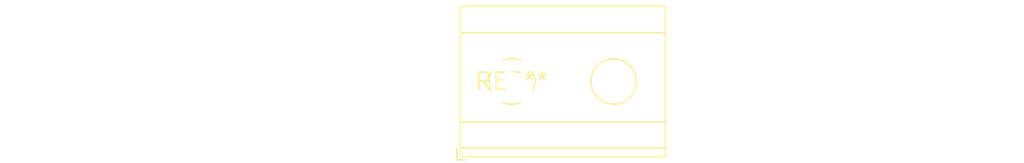
<source format=kicad_pcb>
(kicad_pcb (version 20240108) (generator pcbnew)
  (layers (0 "F.Cu" signal) (31 "B.Cu" signal) (34 "B.Paste" user) (35 "F.Paste" user) (36 "B.SilkS" user "B.Silkscreen") (37 "F.SilkS" user "F.Silkscreen") (38 "B.Mask" user) (39 "F.Mask" user) (44 "Edge.Cuts" user))
  (net 0 "")
  (footprint "TerminalBlock_MetzConnect_Type175_RT02702HBLC_1x02_P7.50mm_Horizontal" (layer "F.Cu") (at 0 0)
    (property "Reference" "REF**")
    (property "Value" "TerminalBlock_MetzConnect_Type175_RT02702HBLC_1x02_P7.50mm_Horizontal")
    (fp_line (start -4.05 4.96) (end -4.05 5.8) (layer "F.SilkS") (stroke (width 0.12)))
    (fp_line (start -4.05 5.8) (end -3.45 5.8) (layer "F.SilkS") (stroke (width 0.12)))
    (fp_line (start -3.81 -5.56) (end -3.81 5.56) (layer "F.SilkS") (stroke (width 0.12)))
    (fp_line (start -3.81 -5.56) (end 11.31 -5.56) (layer "F.SilkS") (stroke (width 0.12)))
    (fp_line (start -3.81 -3.6) (end 11.31 -3.6) (layer "F.SilkS") (stroke (width 0.12)))
    (fp_line (start -3.81 3) (end 11.31 3) (layer "F.SilkS") (stroke (width 0.12)))
    (fp_line (start -3.81 4.9) (end 11.31 4.9) (layer "F.SilkS") (stroke (width 0.12)))
    (fp_line (start -3.81 5.56) (end 11.31 5.56) (layer "F.SilkS") (stroke (width 0.12)))
    (fp_line (start 6.273 1.023) (end 6.226 1.069) (layer "F.SilkS") (stroke (width 0.12)))
    (fp_line (start 6.466 1.239) (end 6.431 1.274) (layer "F.SilkS") (stroke (width 0.12)))
    (fp_line (start 8.57 -1.275) (end 8.535 -1.239) (layer "F.SilkS") (stroke (width 0.12)))
    (fp_line (start 8.775 -1.069) (end 8.728 -1.023) (layer "F.SilkS") (stroke (width 0.12)))
    (fp_line (start 11.31 -5.56) (end 11.31 5.56) (layer "F.SilkS") (stroke (width 0.12)))
    (fp_arc (start -1.535427 0.683042) (mid -1.680501 -0.000524) (end -1.535 -0.684) (layer "F.SilkS") (stroke (width 0.12)))
    (fp_arc (start -0.683042 -1.535427) (mid 0.000524 -1.680501) (end 0.684 -1.535) (layer "F.SilkS") (stroke (width 0.12)))
    (fp_arc (start 0.028805 1.680253) (mid -0.335551 1.646659) (end -0.684 1.535) (layer "F.SilkS") (stroke (width 0.12)))
    (fp_arc (start 0.683318 1.534756) (mid 0.349292 1.643288) (end 0 1.68) (layer "F.SilkS") (stroke (width 0.12)))
    (fp_arc (start 1.535427 -0.683042) (mid 1.680501 0.000524) (end 1.535 0.684) (layer "F.SilkS") (stroke (width 0.12)))
    (fp_circle (center 7.5 0) (end 9.18 0) (layer "F.SilkS") (stroke (width 0.12)) (fill none))
    (pad "1" thru_hole rect (at 0 0) (size 2.6 2.6) (drill 1.4) (layers *.Cu *.Mask) (remove_unused_layers))
    (pad "2" thru_hole circle (at 7.5 0) (size 2.6 2.6) (drill 1.4) (layers *.Cu *.Mask) (remove_unused_layers))
  )
)
</source>
